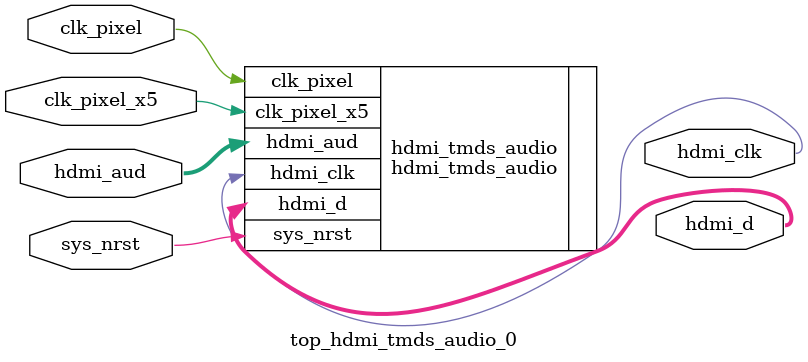
<source format=v>
module top_hdmi_tmds_audio_0 
(
    input             clk_pixel ,
    input             clk_pixel_x5 ,
    input             sys_nrst ,
    input      [31:0] hdmi_aud ,
    output            hdmi_clk ,
    output      [2:0] hdmi_d
) ;

    hdmi_tmds_audio hdmi_tmds_audio (
        .clk_pixel(clk_pixel) ,
        .clk_pixel_x5(clk_pixel_x5) ,
        .sys_nrst(sys_nrst) ,
        .hdmi_aud(hdmi_aud) ,
        .hdmi_clk(hdmi_clk) ,
        .hdmi_d(hdmi_d)
    );


endmodule

</source>
